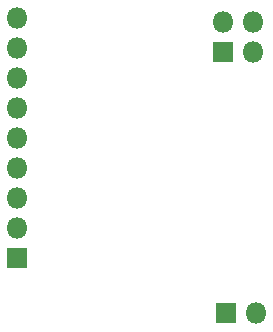
<source format=gbr>
%TF.GenerationSoftware,KiCad,Pcbnew,(5.1.6)-1*%
%TF.CreationDate,2020-09-22T22:17:54+03:00*%
%TF.ProjectId,Tape devboard,54617065-2064-4657-9662-6f6172642e6b,rev?*%
%TF.SameCoordinates,Original*%
%TF.FileFunction,Soldermask,Bot*%
%TF.FilePolarity,Negative*%
%FSLAX46Y46*%
G04 Gerber Fmt 4.6, Leading zero omitted, Abs format (unit mm)*
G04 Created by KiCad (PCBNEW (5.1.6)-1) date 2020-09-22 22:17:54*
%MOMM*%
%LPD*%
G01*
G04 APERTURE LIST*
%ADD10O,1.800000X1.800000*%
%ADD11R,1.800000X1.800000*%
G04 APERTURE END LIST*
D10*
%TO.C,J3*%
X140843000Y-73152000D03*
X140843000Y-75692000D03*
X138303000Y-73152000D03*
D11*
X138303000Y-75692000D03*
%TD*%
D10*
%TO.C,J2*%
X120904000Y-72771000D03*
X120904000Y-75311000D03*
X120904000Y-77851000D03*
X120904000Y-80391000D03*
X120904000Y-82931000D03*
X120904000Y-85471000D03*
X120904000Y-88011000D03*
X120904000Y-90551000D03*
D11*
X120904000Y-93091000D03*
%TD*%
D10*
%TO.C,J1*%
X141097000Y-97790000D03*
D11*
X138557000Y-97790000D03*
%TD*%
M02*

</source>
